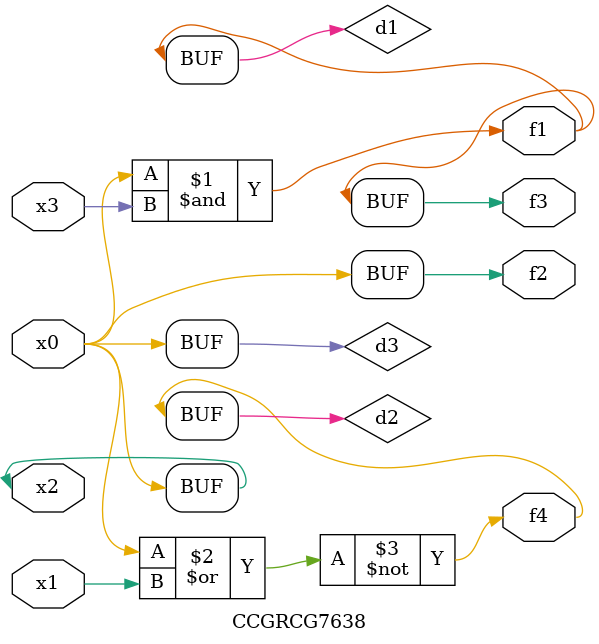
<source format=v>
module CCGRCG7638(
	input x0, x1, x2, x3,
	output f1, f2, f3, f4
);

	wire d1, d2, d3;

	and (d1, x2, x3);
	nor (d2, x0, x1);
	buf (d3, x0, x2);
	assign f1 = d1;
	assign f2 = d3;
	assign f3 = d1;
	assign f4 = d2;
endmodule

</source>
